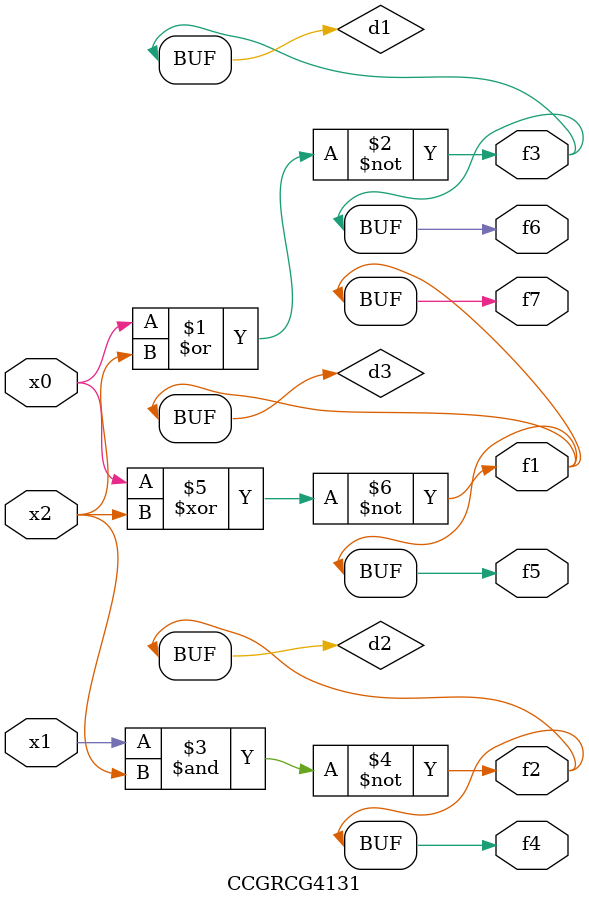
<source format=v>
module CCGRCG4131(
	input x0, x1, x2,
	output f1, f2, f3, f4, f5, f6, f7
);

	wire d1, d2, d3;

	nor (d1, x0, x2);
	nand (d2, x1, x2);
	xnor (d3, x0, x2);
	assign f1 = d3;
	assign f2 = d2;
	assign f3 = d1;
	assign f4 = d2;
	assign f5 = d3;
	assign f6 = d1;
	assign f7 = d3;
endmodule

</source>
